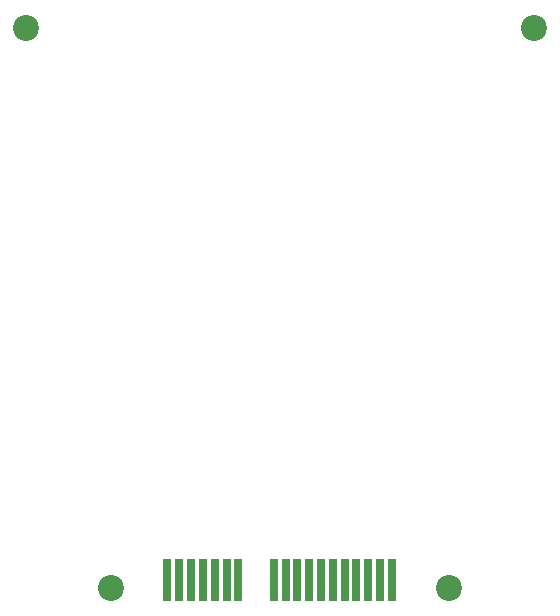
<source format=gbr>
%TF.GenerationSoftware,KiCad,Pcbnew,(6.0.9)*%
%TF.CreationDate,2023-09-09T15:40:48+05:30*%
%TF.ProjectId,WeatherKids_V3,57656174-6865-4724-9b69-64735f56332e,rev?*%
%TF.SameCoordinates,PX1406f40PY14fb180*%
%TF.FileFunction,Soldermask,Bot*%
%TF.FilePolarity,Negative*%
%FSLAX46Y46*%
G04 Gerber Fmt 4.6, Leading zero omitted, Abs format (unit mm)*
G04 Created by KiCad (PCBNEW (6.0.9)) date 2023-09-09 15:40:48*
%MOMM*%
%LPD*%
G01*
G04 APERTURE LIST*
%ADD10C,2.200000*%
%ADD11R,0.700000X3.600000*%
G04 APERTURE END LIST*
D10*
%TO.C,J3*%
X40800000Y-52450950D03*
X12200000Y-52450950D03*
D11*
X36000000Y-51760950D03*
X35000000Y-51760950D03*
X34000000Y-51760950D03*
X33000000Y-51760950D03*
X32000000Y-51760950D03*
X31000000Y-51760950D03*
X30000000Y-51760950D03*
X29000000Y-51760950D03*
X28000000Y-51760950D03*
X27000000Y-51760950D03*
X26000000Y-51760950D03*
X23000000Y-51760950D03*
X22000000Y-51760950D03*
X21000000Y-51760950D03*
X20000000Y-51760950D03*
X19000000Y-51760950D03*
X18000000Y-51760950D03*
X17000000Y-51760950D03*
%TD*%
D10*
%TO.C,H1*%
X5050000Y-5000000D03*
%TD*%
%TO.C,H2*%
X48000000Y-5050000D03*
%TD*%
M02*

</source>
